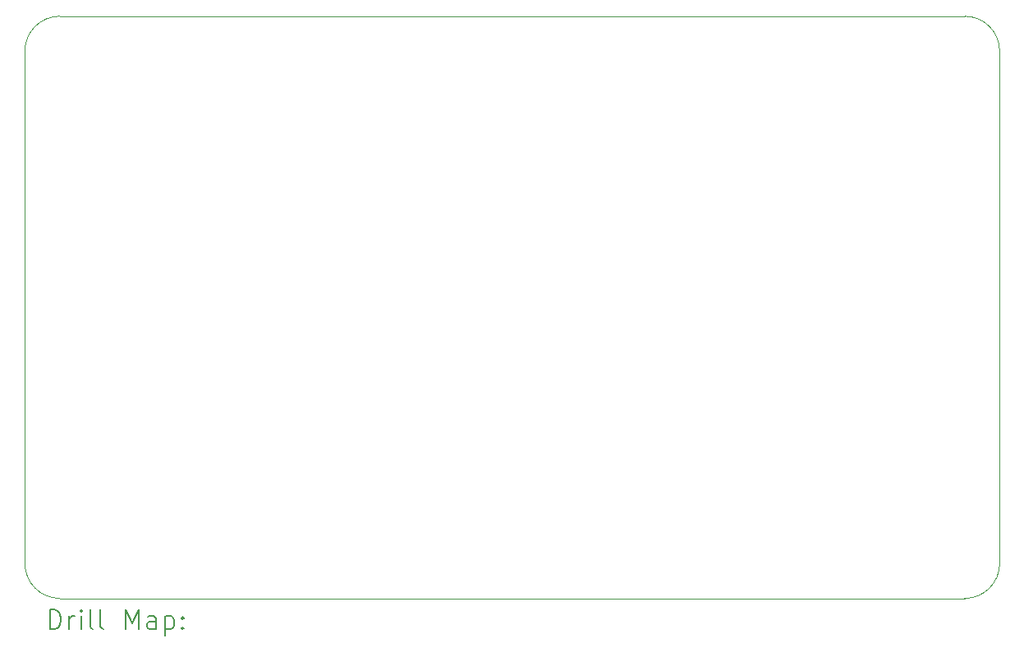
<source format=gbr>
%TF.GenerationSoftware,KiCad,Pcbnew,7.0.7*%
%TF.CreationDate,2024-05-28T19:53:24+02:00*%
%TF.ProjectId,linefollower_pcb,6c696e65-666f-46c6-9c6f-7765725f7063,rev?*%
%TF.SameCoordinates,Original*%
%TF.FileFunction,Drillmap*%
%TF.FilePolarity,Positive*%
%FSLAX45Y45*%
G04 Gerber Fmt 4.5, Leading zero omitted, Abs format (unit mm)*
G04 Created by KiCad (PCBNEW 7.0.7) date 2024-05-28 19:53:24*
%MOMM*%
%LPD*%
G01*
G04 APERTURE LIST*
%ADD10C,0.100000*%
%ADD11C,0.200000*%
G04 APERTURE END LIST*
D10*
X16000000Y-12590000D02*
G75*
G03*
X16360000Y-12230000I0J360000D01*
G01*
X16000000Y-12590000D02*
X6670000Y-12590000D01*
X16360000Y-6940000D02*
G75*
G03*
X16000000Y-6580000I-360000J0D01*
G01*
X6669558Y-6579558D02*
G75*
G03*
X6309558Y-6939558I2J-360002D01*
G01*
X6310000Y-12230000D02*
G75*
G03*
X6670000Y-12590000I360000J0D01*
G01*
X6669558Y-6579558D02*
X16000000Y-6580000D01*
X6310000Y-12230000D02*
X6309558Y-6939558D01*
X16360000Y-6940000D02*
X16360000Y-12230000D01*
D11*
X6565335Y-12906484D02*
X6565335Y-12706484D01*
X6565335Y-12706484D02*
X6612954Y-12706484D01*
X6612954Y-12706484D02*
X6641526Y-12716008D01*
X6641526Y-12716008D02*
X6660573Y-12735055D01*
X6660573Y-12735055D02*
X6670097Y-12754103D01*
X6670097Y-12754103D02*
X6679621Y-12792198D01*
X6679621Y-12792198D02*
X6679621Y-12820769D01*
X6679621Y-12820769D02*
X6670097Y-12858865D01*
X6670097Y-12858865D02*
X6660573Y-12877912D01*
X6660573Y-12877912D02*
X6641526Y-12896960D01*
X6641526Y-12896960D02*
X6612954Y-12906484D01*
X6612954Y-12906484D02*
X6565335Y-12906484D01*
X6765335Y-12906484D02*
X6765335Y-12773150D01*
X6765335Y-12811246D02*
X6774859Y-12792198D01*
X6774859Y-12792198D02*
X6784383Y-12782674D01*
X6784383Y-12782674D02*
X6803430Y-12773150D01*
X6803430Y-12773150D02*
X6822478Y-12773150D01*
X6889145Y-12906484D02*
X6889145Y-12773150D01*
X6889145Y-12706484D02*
X6879621Y-12716008D01*
X6879621Y-12716008D02*
X6889145Y-12725531D01*
X6889145Y-12725531D02*
X6898668Y-12716008D01*
X6898668Y-12716008D02*
X6889145Y-12706484D01*
X6889145Y-12706484D02*
X6889145Y-12725531D01*
X7012954Y-12906484D02*
X6993907Y-12896960D01*
X6993907Y-12896960D02*
X6984383Y-12877912D01*
X6984383Y-12877912D02*
X6984383Y-12706484D01*
X7117716Y-12906484D02*
X7098668Y-12896960D01*
X7098668Y-12896960D02*
X7089145Y-12877912D01*
X7089145Y-12877912D02*
X7089145Y-12706484D01*
X7346288Y-12906484D02*
X7346288Y-12706484D01*
X7346288Y-12706484D02*
X7412954Y-12849341D01*
X7412954Y-12849341D02*
X7479621Y-12706484D01*
X7479621Y-12706484D02*
X7479621Y-12906484D01*
X7660573Y-12906484D02*
X7660573Y-12801722D01*
X7660573Y-12801722D02*
X7651049Y-12782674D01*
X7651049Y-12782674D02*
X7632002Y-12773150D01*
X7632002Y-12773150D02*
X7593907Y-12773150D01*
X7593907Y-12773150D02*
X7574859Y-12782674D01*
X7660573Y-12896960D02*
X7641526Y-12906484D01*
X7641526Y-12906484D02*
X7593907Y-12906484D01*
X7593907Y-12906484D02*
X7574859Y-12896960D01*
X7574859Y-12896960D02*
X7565335Y-12877912D01*
X7565335Y-12877912D02*
X7565335Y-12858865D01*
X7565335Y-12858865D02*
X7574859Y-12839817D01*
X7574859Y-12839817D02*
X7593907Y-12830293D01*
X7593907Y-12830293D02*
X7641526Y-12830293D01*
X7641526Y-12830293D02*
X7660573Y-12820769D01*
X7755811Y-12773150D02*
X7755811Y-12973150D01*
X7755811Y-12782674D02*
X7774859Y-12773150D01*
X7774859Y-12773150D02*
X7812954Y-12773150D01*
X7812954Y-12773150D02*
X7832002Y-12782674D01*
X7832002Y-12782674D02*
X7841526Y-12792198D01*
X7841526Y-12792198D02*
X7851049Y-12811246D01*
X7851049Y-12811246D02*
X7851049Y-12868388D01*
X7851049Y-12868388D02*
X7841526Y-12887436D01*
X7841526Y-12887436D02*
X7832002Y-12896960D01*
X7832002Y-12896960D02*
X7812954Y-12906484D01*
X7812954Y-12906484D02*
X7774859Y-12906484D01*
X7774859Y-12906484D02*
X7755811Y-12896960D01*
X7936764Y-12887436D02*
X7946288Y-12896960D01*
X7946288Y-12896960D02*
X7936764Y-12906484D01*
X7936764Y-12906484D02*
X7927240Y-12896960D01*
X7927240Y-12896960D02*
X7936764Y-12887436D01*
X7936764Y-12887436D02*
X7936764Y-12906484D01*
X7936764Y-12782674D02*
X7946288Y-12792198D01*
X7946288Y-12792198D02*
X7936764Y-12801722D01*
X7936764Y-12801722D02*
X7927240Y-12792198D01*
X7927240Y-12792198D02*
X7936764Y-12782674D01*
X7936764Y-12782674D02*
X7936764Y-12801722D01*
M02*

</source>
